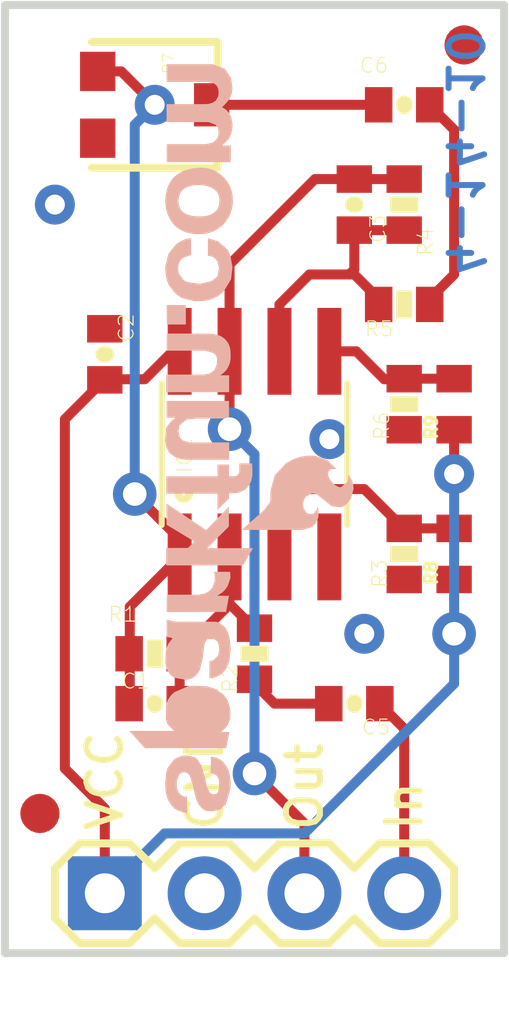
<source format=kicad_pcb>
(kicad_pcb (version 20211014) (generator pcbnew)
  (layers (0 "F.Cu" signal) (31 "B.Cu" signal) (34 "B.Paste" user) (35 "F.Paste" user) (36 "B.SilkS" user "B.Silkscreen") (37 "F.SilkS" user "F.Silkscreen") (38 "B.Mask" user) (39 "F.Mask" user) (44 "Edge.Cuts" user))
  (net 0 "")
  (net 1 "GND")
  (net 2 "N$2")
  (net 3 "N$7")
  (net 4 "IN1")
  (net 5 "OUT1")
  (net 6 "N$4")
  (net 7 "N$5")
  (net 8 "IN")
  (net 9 "OUT")
  (net 10 "N$1")
  (net 11 "N$3")
  (net 12 "VCC")
  (footprint "boardEagle:FIDUCIAL-1X2" (layer "F.Cu") (at 143.0401 113.5126)
    (fp_text reference "E$2" hide)
    (fp_text value "" hide)
    (pad "1" smd roundrect (at 0 0) (size 1 1) (layers "F.Cu" "F.Mask") (roundrect_rratio 0.5))
  )
  (footprint "boardEagle:1X04" (layer "F.Cu") (at 144.6911 115.5446)
    (fp_text reference "JP1" hide)
    (fp_text value "")
    (fp_line (start 4.445 1.27) (end 3.81 0.635) (layer "F.SilkS") (width 0.2032))
    (fp_line (start 6.35 0.635) (end 5.715 1.27) (layer "F.SilkS") (width 0.2032))
    (fp_line (start 6.985 -1.27) (end 6.35 -0.635) (layer "F.SilkS") (width 0.2032))
    (fp_line (start 6.985 -1.27) (end 8.255 -1.27) (layer "F.SilkS") (width 0.2032))
    (fp_line (start 0.635 -1.27) (end 1.27 -0.635) (layer "F.SilkS") (width 0.2032))
    (fp_line (start 8.255 1.27) (end 6.985 1.27) (layer "F.SilkS") (width 0.2032))
    (fp_line (start 3.175 -1.27) (end 3.81 -0.635) (layer "F.SilkS") (width 0.2032))
    (fp_line (start 3.81 0.635) (end 3.175 1.27) (layer "F.SilkS") (width 0.2032))
    (fp_line (start 4.445 -1.27) (end 5.715 -1.27) (layer "F.SilkS") (width 0.2032))
    (fp_line (start -1.27 0.635) (end -0.635 1.27) (layer "F.SilkS") (width 0.2032))
    (fp_line (start 8.255 -1.27) (end 8.89 -0.635) (layer "F.SilkS") (width 0.2032))
    (fp_line (start 1.27 -0.635) (end 1.905 -1.27) (layer "F.SilkS") (width 0.2032))
    (fp_line (start 5.715 1.27) (end 4.445 1.27) (layer "F.SilkS") (width 0.2032))
    (fp_line (start 1.905 1.27) (end 1.27 0.635) (layer "F.SilkS") (width 0.2032))
    (fp_line (start 3.81 -0.635) (end 4.445 -1.27) (layer "F.SilkS") (width 0.2032))
    (fp_line (start -1.27 -0.635) (end -1.27 0.635) (layer "F.SilkS") (width 0.2032))
    (fp_line (start 6.35 0.635) (end 6.985 1.27) (layer "F.SilkS") (width 0.2032))
    (fp_line (start 8.89 -0.635) (end 8.89 0.635) (layer "F.SilkS") (width 0.2032))
    (fp_line (start 5.715 -1.27) (end 6.35 -0.635) (layer "F.SilkS") (width 0.2032))
    (fp_line (start -0.635 -1.27) (end 0.635 -1.27) (layer "F.SilkS") (width 0.2032))
    (fp_line (start 3.175 1.27) (end 1.905 1.27) (layer "F.SilkS") (width 0.2032))
    (fp_line (start 8.89 0.635) (end 8.255 1.27) (layer "F.SilkS") (width 0.2032))
    (fp_line (start 0.635 1.27) (end -0.635 1.27) (layer "F.SilkS") (width 0.2032))
    (fp_line (start 1.27 0.635) (end 0.635 1.27) (layer "F.SilkS") (width 0.2032))
    (fp_line (start 1.905 -1.27) (end 3.175 -1.27) (layer "F.SilkS") (width 0.2032))
    (fp_line (start -0.635 -1.27) (end -1.27 -0.635) (layer "F.SilkS") (width 0.2032))
    (pad "1" thru_hole rect (at 0 0 90) (size 1.8796 1.8796) (drill 1.016) (layers *.Cu *.Mask) (net 12 "VCC"))
    (pad "2" thru_hole circle (at 2.54 0 90) (size 1.8796 1.8796) (drill 1.016) (layers *.Cu *.Mask) (net 1 "GND"))
    (pad "3" thru_hole circle (at 5.08 0 90) (size 1.8796 1.8796) (drill 1.016) (layers *.Cu *.Mask) (net 9 "OUT"))
    (pad "4" thru_hole circle (at 7.62 0 90) (size 1.8796 1.8796) (drill 1.016) (layers *.Cu *.Mask) (net 8 "IN"))
  )
  (footprint "boardEagle:TRIMPOT-3MM" (layer "F.Cu") (at 145.9611 95.4786 -90)
    (fp_text reference "R7" (at -0.762 -0.508 -90) (layer "F.SilkS") (effects (font (size 0.280416 0.280416) (thickness 0.024384)) (justify left bottom)))
    (fp_text value "100K")
    (fp_line (start 1 -1.6) (end 1.6 -1.6) (layer "F.SilkS") (width 0.2032))
    (fp_line (start -1 -1.6) (end -1.6 -1.6) (layer "F.SilkS") (width 0.2032))
    (fp_line (start 1.6 -1.6) (end 1.6 1.6) (layer "F.SilkS") (width 0.2032))
    (fp_line (start -1.6 -1.6) (end -1.6 1.6) (layer "F.SilkS") (width 0.2032))
    (pad "1" smd rect (at -0.85 1.45 270) (size 1 0.9) (layers "F.Cu" "F.Paste" "F.Mask") (net 5 "OUT1"))
    (pad "2" smd rect (at 0 -1.45 270) (size 1.1 0.9) (layers "F.Cu" "F.Paste" "F.Mask") (net 7 "N$5"))
    (pad "3" smd rect (at 0.85 1.45 270) (size 1 0.9) (layers "F.Cu" "F.Paste" "F.Mask") (net 1 "GND"))
  )
  (footprint "boardEagle:0402-CAP" (layer "F.Cu") (at 151.0411 110.7186 180)
    (fp_text reference "C5" (at -0.9398 -0.5969) (layer "F.SilkS") (effects (font (size 0.376489 0.376489) (thickness 0.029911)) (justify right)))
    (fp_text value "1uF")
    (fp_line (start 0 -0.0305) (end 0 0.0305) (layer "F.SilkS") (width 0.4064))
    (pad "1" smd rect (at -0.65 0 180) (size 0.7 0.9) (layers "F.Cu" "F.Paste" "F.Mask") (net 8 "IN"))
    (pad "2" smd rect (at 0.65 0 180) (size 0.7 0.9) (layers "F.Cu" "F.Paste" "F.Mask") (net 4 "IN1"))
  )
  (footprint "boardEagle:0402-RES" (layer "F.Cu") (at 148.5011 109.4486 90)
    (fp_text reference "R2" (at -1.016 -0.6223 90) (layer "F.SilkS") (effects (font (size 0.376489 0.376489) (thickness 0.029911)) (justify left)))
    (fp_text value "10K")
    (fp_poly (pts (xy -0.2032 0.3556) (xy 0.2032 0.3556) (xy 0.2032 -0.3556) (xy -0.2032 -0.3556)) (layer "F.SilkS") (width 0) (fill solid))
    (pad "1" smd rect (at -0.65 0 90) (size 0.7 0.9) (layers "F.Cu" "F.Paste" "F.Mask") (net 4 "IN1"))
    (pad "2" smd rect (at 0.65 0 90) (size 0.7 0.9) (layers "F.Cu" "F.Paste" "F.Mask") (net 2 "N$2"))
  )
  (footprint "boardEagle:0402-CAP" (layer "F.Cu") (at 152.3111 95.4786 180)
    (fp_text reference "C6" (at 0.381 1.0033) (layer "F.SilkS") (effects (font (size 0.376489 0.376489) (thickness 0.029911)) (justify right)))
    (fp_text value "1uF")
    (fp_line (start 0 -0.0305) (end 0 0.0305) (layer "F.SilkS") (width 0.4064))
    (pad "1" smd rect (at -0.65 0 180) (size 0.7 0.9) (layers "F.Cu" "F.Paste" "F.Mask") (net 6 "N$4"))
    (pad "2" smd rect (at 0.65 0 180) (size 0.7 0.9) (layers "F.Cu" "F.Paste" "F.Mask") (net 7 "N$5"))
  )
  (footprint "boardEagle:FIDUCIAL-1X2" (layer "F.Cu") (at 153.8351 93.9546)
    (fp_text reference "E$1" hide)
    (fp_text value "" hide)
    (pad "1" smd roundrect (at 0 0) (size 1 1) (layers "F.Cu" "F.Mask") (roundrect_rratio 0.5))
  )
  (footprint "boardEagle:SO08" (layer "F.Cu") (at 148.5011 104.3686)
    (fp_text reference "IC1" (at -1.778 0.508 90) (layer "F.SilkS") (effects (font (size 0.369011 0.369011) (thickness 0.037389)) (justify left)))
    (fp_text value "LMV358" hide)
    (fp_line (start -2.362 -1.803) (end -2.362 1.803) (layer "F.SilkS") (width 0.1524))
    (fp_line (start 2.362 1.803) (end 2.362 -1.803) (layer "F.SilkS") (width 0.1524))
    (fp_circle (center -1.8034 0.9906) (end -1.6598 0.9906) (layer "F.SilkS") (width 0.2032) (fill none))
    (pad "1" smd rect (at -1.905 2.6162) (size 0.6096 2.2098) (layers "F.Cu" "F.Paste" "F.Mask") (net 5 "OUT1"))
    (pad "2" smd rect (at -0.635 2.6162) (size 0.6096 2.2098) (layers "F.Cu" "F.Paste" "F.Mask") (net 2 "N$2"))
    (pad "3" smd rect (at 0.635 2.6162) (size 0.6096 2.2098) (layers "F.Cu" "F.Paste" "F.Mask") (net 11 "N$3"))
    (pad "4" smd rect (at 1.905 2.6162) (size 0.6096 2.2098) (layers "F.Cu" "F.Paste" "F.Mask") (net 1 "GND"))
    (pad "5" smd rect (at 1.905 -2.6162) (size 0.6096 2.2098) (layers "F.Cu" "F.Paste" "F.Mask") (net 10 "N$1"))
    (pad "6" smd rect (at 0.635 -2.6162) (size 0.6096 2.2098) (layers "F.Cu" "F.Paste" "F.Mask") (net 3 "N$7"))
    (pad "7" smd rect (at -0.635 -2.6162) (size 0.6096 2.2098) (layers "F.Cu" "F.Paste" "F.Mask") (net 9 "OUT"))
    (pad "8" smd rect (at -1.905 -2.6162) (size 0.6096 2.2098) (layers "F.Cu" "F.Paste" "F.Mask") (net 12 "VCC"))
  )
  (footprint "boardEagle:0402-CAP" (layer "F.Cu") (at 151.0411 98.0186 90)
    (fp_text reference "C3" (at -0.2286 0.5969 90) (layer "F.SilkS") (effects (font (size 0.376489 0.376489) (thickness 0.029911)) (justify right)))
    (fp_text value "100pF")
    (fp_line (start 0 -0.0305) (end 0 0.0305) (layer "F.SilkS") (width 0.4064))
    (pad "1" smd rect (at -0.65 0 90) (size 0.7 0.9) (layers "F.Cu" "F.Paste" "F.Mask") (net 3 "N$7"))
    (pad "2" smd rect (at 0.65 0 90) (size 0.7 0.9) (layers "F.Cu" "F.Paste" "F.Mask") (net 9 "OUT"))
  )
  (footprint "boardEagle:0402-CAP" (layer "F.Cu") (at 145.9611 110.7186 180)
    (fp_text reference "C1" (at 0.8636 0.5715) (layer "F.SilkS") (effects (font (size 0.376489 0.376489) (thickness 0.029911)) (justify left)))
    (fp_text value "100pF")
    (fp_line (start 0 -0.0305) (end 0 0.0305) (layer "F.SilkS") (width 0.4064))
    (pad "1" smd rect (at -0.65 0 180) (size 0.7 0.9) (layers "F.Cu" "F.Paste" "F.Mask") (net 2 "N$2"))
    (pad "2" smd rect (at 0.65 0 180) (size 0.7 0.9) (layers "F.Cu" "F.Paste" "F.Mask") (net 5 "OUT1"))
  )
  (footprint "boardEagle:C0402" (layer "F.Cu") (at 153.5811 106.9086 90)
    (fp_text reference "R8" (at -0.8382 -0.5842 90) (layer "F.SilkS") (effects (font (size 0.312928 0.312928) (thickness 0.093472)) (justify left)))
    (fp_text value "10K")
    (pad "1" smd rect (at -0.65 0 90) (size 0.7 0.9) (layers "F.Cu" "F.Paste" "F.Mask") (net 12 "VCC"))
    (pad "2" smd rect (at 0.65 0 90) (size 0.7 0.9) (layers "F.Cu" "F.Paste" "F.Mask") (net 11 "N$3"))
  )
  (footprint "boardEagle:0402-RES" (layer "F.Cu") (at 145.9611 109.4486 180)
    (fp_text reference "R1" (at 0.4318 1.0033) (layer "F.SilkS") (effects (font (size 0.376489 0.376489) (thickness 0.029911)) (justify right)))
    (fp_text value "100K")
    (fp_poly (pts (xy -0.2032 0.3556) (xy 0.2032 0.3556) (xy 0.2032 -0.3556) (xy -0.2032 -0.3556)) (layer "F.SilkS") (width 0) (fill solid))
    (pad "1" smd rect (at -0.65 0 180) (size 0.7 0.9) (layers "F.Cu" "F.Paste" "F.Mask") (net 2 "N$2"))
    (pad "2" smd rect (at 0.65 0 180) (size 0.7 0.9) (layers "F.Cu" "F.Paste" "F.Mask") (net 5 "OUT1"))
  )
  (footprint "boardEagle:0402-RES" (layer "F.Cu") (at 152.3111 103.0986 90)
    (fp_text reference "R6" (at -0.9398 -0.5715 90) (layer "F.SilkS") (effects (font (size 0.376489 0.376489) (thickness 0.029911)) (justify left)))
    (fp_text value "10K")
    (fp_poly (pts (xy -0.2032 0.3556) (xy 0.2032 0.3556) (xy 0.2032 -0.3556) (xy -0.2032 -0.3556)) (layer "F.SilkS") (width 0) (fill solid))
    (pad "1" smd rect (at -0.65 0 90) (size 0.7 0.9) (layers "F.Cu" "F.Paste" "F.Mask") (net 1 "GND"))
    (pad "2" smd rect (at 0.65 0 90) (size 0.7 0.9) (layers "F.Cu" "F.Paste" "F.Mask") (net 10 "N$1"))
  )
  (footprint "boardEagle:0402-RES" (layer "F.Cu") (at 152.3111 106.9086 90)
    (fp_text reference "R3" (at -0.889 -0.6223 90) (layer "F.SilkS") (effects (font (size 0.376489 0.376489) (thickness 0.029911)) (justify left)))
    (fp_text value "10K")
    (fp_poly (pts (xy -0.2032 0.3556) (xy 0.2032 0.3556) (xy 0.2032 -0.3556) (xy -0.2032 -0.3556)) (layer "F.SilkS") (width 0) (fill solid))
    (pad "1" smd rect (at -0.65 0 90) (size 0.7 0.9) (layers "F.Cu" "F.Paste" "F.Mask") (net 1 "GND"))
    (pad "2" smd rect (at 0.65 0 90) (size 0.7 0.9) (layers "F.Cu" "F.Paste" "F.Mask") (net 11 "N$3"))
  )
  (footprint "boardEagle:C0402" (layer "F.Cu") (at 153.5811 103.0986 90)
    (fp_text reference "R9" (at -0.9398 -0.5842 90) (layer "F.SilkS") (effects (font (size 0.312928 0.312928) (thickness 0.093472)) (justify left)))
    (fp_text value "10K")
    (pad "1" smd rect (at -0.65 0 90) (size 0.7 0.9) (layers "F.Cu" "F.Paste" "F.Mask") (net 12 "VCC"))
    (pad "2" smd rect (at 0.65 0 90) (size 0.7 0.9) (layers "F.Cu" "F.Paste" "F.Mask") (net 10 "N$1"))
  )
  (footprint "boardEagle:0402-RES" (layer "F.Cu") (at 152.3111 98.0186 -90)
    (fp_text reference "R4" (at 0.5588 -0.5461 90) (layer "F.SilkS") (effects (font (size 0.376489 0.376489) (thickness 0.029911)) (justify right)))
    (fp_text value "100K")
    (fp_poly (pts (xy -0.2032 0.3556) (xy 0.2032 0.3556) (xy 0.2032 -0.3556) (xy -0.2032 -0.3556)) (layer "F.SilkS") (width 0) (fill solid))
    (pad "1" smd rect (at -0.65 0 270) (size 0.7 0.9) (layers "F.Cu" "F.Paste" "F.Mask") (net 9 "OUT"))
    (pad "2" smd rect (at 0.65 0 270) (size 0.7 0.9) (layers "F.Cu" "F.Paste" "F.Mask") (net 3 "N$7"))
  )
  (footprint "boardEagle:0402-RES" (layer "F.Cu") (at 152.3111 100.5586 180)
    (fp_text reference "R5" (at 0.254 -0.6223) (layer "F.SilkS") (effects (font (size 0.376489 0.376489) (thickness 0.029911)) (justify right)))
    (fp_text value "10K")
    (fp_poly (pts (xy -0.2032 0.3556) (xy 0.2032 0.3556) (xy 0.2032 -0.3556) (xy -0.2032 -0.3556)) (layer "F.SilkS") (width 0) (fill solid))
    (pad "1" smd rect (at -0.65 0 180) (size 0.7 0.9) (layers "F.Cu" "F.Paste" "F.Mask") (net 6 "N$4"))
    (pad "2" smd rect (at 0.65 0 180) (size 0.7 0.9) (layers "F.Cu" "F.Paste" "F.Mask") (net 3 "N$7"))
  )
  (footprint "boardEagle:0402-CAP" (layer "F.Cu") (at 144.6911 101.8286 90)
    (fp_text reference "C2" (at 1.0668 0.5461 90) (layer "F.SilkS") (effects (font (size 0.376489 0.376489) (thickness 0.029911)) (justify right)))
    (fp_text value "0.1uF")
    (fp_line (start 0 -0.0305) (end 0 0.0305) (layer "F.SilkS") (width 0.4064))
    (pad "1" smd rect (at -0.65 0 90) (size 0.7 0.9) (layers "F.Cu" "F.Paste" "F.Mask") (net 12 "VCC"))
    (pad "2" smd rect (at 0.65 0 90) (size 0.7 0.9) (layers "F.Cu" "F.Paste" "F.Mask") (net 1 "GND"))
  )
  (footprint "boardEagle:SFE-NEW-WEBLOGO" (layer "B.Cu") (at 145.3241 113.4956 90)
    (fp_text reference "U$3" hide)
    (fp_text value "LOGO-SFENEW" hide)
    (fp_line (start 15.5499 2.2911) (end 15.527 2.2911) (layer "B.SilkS") (width 0.0254))
    (fp_line (start 11.1379 0.9449) (end 10.7163 0.9449) (layer "B.SilkS") (width 0.0254))
    (fp_line (start 15.5702 2.6137) (end 15.5854 2.6137) (layer "B.SilkS") (width 0.0254))
    (fp_line (start 11.1201 2.5171) (end 11.1201 2.2962) (layer "B.SilkS") (width 0.0254))
    (fp_line (start 11.1379 1.8136) (end 11.1379 0.9449) (layer "B.SilkS") (width 0.0254))
    (fp_line (start 11.1201 2.2962) (end 11.1277 2.2962) (layer "B.SilkS") (width 0.0254))
    (fp_line (start 12.1818 2.0091) (end 12.1818 0.955) (layer "B.SilkS") (width 0.0254))
    (fp_line (start 10.7163 2.5171) (end 11.1201 2.5171) (layer "B.SilkS") (width 0.0254))
    (fp_line (start 12.1818 0.955) (end 11.7729 0.955) (layer "B.SilkS") (width 0.0254))
    (fp_line (start 11.7729 0.955) (end 11.7729 1.9202) (layer "B.SilkS") (width 0.0254))
    (fp_line (start 15.5499 2.6137) (end 15.5499 2.2911) (layer "B.SilkS") (width 0.0254))
    (fp_line (start 15.5702 2.2962) (end 15.5702 2.6137) (layer "B.SilkS") (width 0.0254))
    (fp_line (start 10.7163 0.9449) (end 10.7163 2.5171) (layer "B.SilkS") (width 0.0254))
    (fp_arc (start 15.2781 2.1692) (mid 15.20247 2.035022) (end 15.168899 1.8847) (layer "B.SilkS") (width 0.0254))
    (fp_arc (start 15.8318 2.2047) (mid 15.783745 2.244042) (end 15.7277 2.2708) (layer "B.SilkS") (width 0.0254))
    (fp_arc (start 11.1277 2.2962) (mid 11.137379 2.298176) (end 11.1455 2.3038) (layer "B.SilkS") (width 0.0254))
    (fp_arc (start 11.7145 2.1311) (mid 11.664346 2.1894) (end 11.5976 2.2276) (layer "B.SilkS") (width 0.0254))
    (fp_arc (start 12.1818 2.0091) (mid 12.172765 2.122002) (end 12.1488 2.2327) (layer "B.SilkS") (width 0.0254))
    (fp_arc (start 15.7277 2.2708) (mid 15.650001 2.290018) (end 15.5702 2.2962) (layer "B.SilkS") (width 0.0254))
    (fp_arc (start 15.9588 1.971) (mid 15.910982 2.096372) (end 15.8318 2.2047) (layer "B.SilkS") (width 0.0254))
    (fp_arc (start 14.7549 1.9507) (mid 14.737287 1.759061) (end 14.7523 1.5672) (layer "B.SilkS") (width 0.0254))
    (fp_arc (start 15.5499 2.6137) (mid 15.331296 2.577713) (end 15.1282 2.4892) (layer "B.SilkS") (width 0.0254))
    (fp_arc (start 11.1862 2.3571) (mid 11.172158 2.338081) (end 11.1582 2.319) (layer "B.SilkS") (width 0.0254))
    (fp_arc (start 15.24 1.4097) (mid 15.31871 1.3127) (end 15.428 1.2522) (layer "B.SilkS") (width 0.0254))
    (fp_arc (start 15.1714 1.6383) (mid 15.194331 1.520588) (end 15.24 1.4097) (layer "B.SilkS") (width 0.0254))
    (fp_arc (start 11.5672 2.5552) (mid 11.411238 2.523841) (end 11.2725 2.446) (layer "B.SilkS") (width 0.0254))
    (fp_arc (start 15.9029 0.9754) (mid 16.153433 1.12491) (end 16.317 1.3665) (layer "B.SilkS") (width 0.0254))
    (fp_arc (start 11.4198 2.2327) (mid 11.334441 2.214452) (end 11.259799 2.1692) (layer "B.SilkS") (width 0.0254))
    (fp_arc (start 14.8615 1.27) (mid 14.919858 1.189481) (end 14.9911 1.1201) (layer "B.SilkS") (width 0.0254))
    (fp_arc (start 14.9911 1.1201) (mid 15.249615 0.972855) (end 15.5423 0.9195) (layer "B.SilkS") (width 0.0254))
    (fp_arc (start 15.9868 1.7196) (mid 15.980368 1.846143) (end 15.9588 1.971) (layer "B.SilkS") (width 0.0254))
    (fp_arc (start 11.2725 2.446) (mid 11.226399 2.404414) (end 11.1862 2.3571) (layer "B.SilkS") (width 0.0254))
    (fp_arc (start 11.5976 2.2276) (mid 11.565101 2.235925) (end 11.5316 2.2377) (layer "B.SilkS") (width 0.0254))
    (fp_arc (start 14.7523 1.5672) (mid 14.792796 1.413418) (end 14.8615 1.27) (layer "B.SilkS") (width 0.0254))
    (fp_arc (start 16.4033 1.808499) (mid 16.333054 2.143404) (end 16.129 2.4181) (layer "B.SilkS") (width 0.0254))
    (fp_arc (start 11.2598 2.1692) (mid 11.206137 2.110016) (end 11.1684 2.0396) (layer "B.SilkS") (width 0.0254))
    (fp_arc (start 15.128201 2.4892) (mid 14.882786 2.260687) (end 14.7549 1.9507) (layer "B.SilkS") (width 0.0254))
    (fp_arc (start 12.1488 2.232699) (mid 12.104013 2.336521) (end 12.0345 2.4257) (layer "B.SilkS") (width 0.0254))
    (fp_arc (start 15.5423 0.9195) (mid 15.724919 0.932492) (end 15.9029 0.9754) (layer "B.SilkS") (width 0.0254))
    (fp_arc (start 15.7632 1.2725) (mid 15.846801 1.329279) (end 15.908 1.4097) (layer "B.SilkS") (width 0.0254))
    (fp_arc (start 15.428 1.2522) (mid 15.597525 1.230563) (end 15.7632 1.2725) (layer "B.SilkS") (width 0.0254))
    (fp_arc (start 15.908 1.4097) (mid 15.966057 1.559906) (end 15.9868 1.7196) (layer "B.SilkS") (width 0.0254))
    (fp_arc (start 16.317 1.3665) (mid 16.380488 1.583529) (end 16.4033 1.8085) (layer "B.SilkS") (width 0.0254))
    (fp_arc (start 11.4198 2.2327) (mid 11.475702 2.235165) (end 11.5316 2.2377) (layer "B.SilkS") (width 0.0254))
    (fp_arc (start 11.7678 2.5502) (mid 11.667584 2.556058) (end 11.5672 2.5552) (layer "B.SilkS") (width 0.0254))
    (fp_arc (start 11.1684 2.0396) (mid 11.146105 1.962214) (end 11.1379 1.8821) (layer "B.SilkS") (width 0.0254))
    (fp_arc (start 15.809 2.5857) (mid 15.698073 2.606673) (end 15.5854 2.6137) (layer "B.SilkS") (width 0.0254))
    (fp_arc (start 15.1689 1.8847) (mid 15.165026 1.761448) (end 15.1714 1.6383) (layer "B.SilkS") (width 0.0254))
    (fp_arc (start 11.1379 1.8821) (mid 11.137681 1.84785) (end 11.1379 1.8136) (layer "B.SilkS") (width 0.0254))
    (fp_arc (start 15.527 2.2911) (mid 15.388433 2.258974) (end 15.278099 2.1692) (layer "B.SilkS") (width 0.0254))
    (fp_arc (start 11.1455 2.3038) (mid 11.152103 2.311188) (end 11.1582 2.319) (layer "B.SilkS") (width 0.0254))
    (fp_arc (start 16.129 2.4181) (mid 15.978822 2.520652) (end 15.809 2.5857) (layer "B.SilkS") (width 0.0254))
    (fp_arc (start 12.0345 2.425699) (mid 11.911985 2.51116) (end 11.7678 2.5502) (layer "B.SilkS") (width 0.0254))
    (fp_arc (start 11.7729 1.9202) (mid 11.758038 2.02962) (end 11.7145 2.1311) (layer "B.SilkS") (width 0.0254))
    (fp_poly (pts (xy 11.770768 2.56283) (xy 12.043428 2.435548) (xy 12.160999 2.237024) (xy 12.1945 2.010032) (xy 12.1945 0.9423) (xy 11.7602 0.9423) (xy 11.7602 1.918474) (xy 11.70302 2.124971) (xy 11.656141 2.179464) (xy 11.593345 2.215403) (xy 11.53092 2.224956) (xy 11.476269 2.222478) (xy 11.422495 2.220106) (xy 11.268 2.158791) (xy 11.18035 2.034508) (xy 11.1506 1.880883) (xy 11.1506 0.9322) (xy 10.7036 0.9322) (xy 10.7036 2.5298) (xy 11.1328 2.5298) (xy 11.1328 2.310454) (xy 11.136857 2.313263) (xy 11.148195 2.326834) (xy 11.161924 2.345602) (xy 11.176241 2.364992) (xy 11.217267 2.413279) (xy 11.265048 2.456381) (xy 11.406772 2.535896) (xy 11.566093 2.567932)) (layer "B.SilkS") (width 0) (fill solid))
    (fp_poly (pts (xy 9.4234 1.520809) (xy 9.472888 1.359974) (xy 9.516069 1.308185) (xy 9.573108 1.271734) (xy 9.714103 1.241374) (xy 9.853529 1.268908) (xy 10.003067 1.442966) (xy 10.033 1.684784) (xy 10.033 2.5273) (xy 10.48 2.5273) (xy 10.48 0.9398) (xy 10.0533 0.9398) (xy 10.0533 1.159713) (xy 9.961626 1.051965) (xy 9.823848 0.946774) (xy 9.797269 0.933513) (xy 9.76873 0.924761) (xy 9.46843 0.899096) (xy 9.311419 0.929258) (xy 9.173895 1.0008) (xy 9.172522 1.0008) (xy 9.155194 1.014756) (xy 9.141833 1.028106) (xy 9.055991 1.150842) (xy 9.0022 1.291099) (xy 8.984 1.439423) (xy 8.984 2.5324) (xy 9.4234 2.5324)) (layer "B.SilkS") (width 0) (fill solid))
    (fp_poly (pts (xy 14.181776 2.563159) (xy 14.181555 2.560669) (xy 14.327447 2.496725) (xy 14.547848 2.246517) (xy 14.619242 1.9914) (xy 14.1707 1.9914) (xy 14.1707 2.005388) (xy 14.15242 2.10038) (xy 14.100807 2.180729) (xy 14.023181 2.236025) (xy 13.860405 2.2706) (xy 13.694207 2.245798) (xy 13.653262 2.227396) (xy 13.618712 2.198612) (xy 13.531409 2.074936) (xy 13.459735 1.779947) (xy 13.507258 1.471936) (xy 13.55233 1.379537) (xy 13.718934 1.256376) (xy 13.795519 1.238584) (xy 13.875272 1.234455) (xy 13.963395 1.249226) (xy 14.044683 1.286045) (xy 14.088707 1.320383) (xy 14.123821 1.362695) (xy 14.191983 1.5646) (xy 14.6202 1.5646) (xy 14.6202 1.546046) (xy 14.607183 1.4497) (xy 14.551954 1.307962) (xy 14.468685 1.180108) (xy 14.234909 0.989147) (xy 13.88734 0.904104) (xy 13.726062 0.914148) (xy 13.567886 0.942693) (xy 13.423659 0.994928) (xy 13.188191 1.185237) (xy 13.098694 1.32648) (xy 13.017451 1.644495) (xy 13.0251 1.894992) (xy 13.0251 1.896181) (xy 13.064859 2.076939) (xy 13.14486 2.243932) (xy 13.26133 2.388842) (xy 13.574558 2.580191) (xy 13.883988 2.616332)) (layer "B.SilkS") (width 0) (fill solid))
    (fp_poly (pts (xy 17.714962 2.583496) (xy 17.714669 2.58013) (xy 17.812284 2.526288) (xy 17.900302 2.442716) (xy 17.956995 2.351455) (xy 17.961394 2.355854) (xy 18.007182 2.404147) (xy 18.086856 2.480888) (xy 18.177617 2.546023) (xy 18.30384 2.60027) (xy 18.440544 2.616304) (xy 18.698981 2.580082) (xy 18.93345 2.426436) (xy 19.05 2.112985) (xy 19.05 0.9398) (xy 18.6004 0.9398) (xy 18.6004 1.979658) (xy 18.558302 2.150487) (xy 18.49797 2.220003) (xy 18.412014 2.255689) (xy 18.322362 2.262413) (xy 18.233537 2.253336) (xy 18.121633 2.190061) (xy 18.068614 2.109201) (xy 18.041426 2.014408) (xy 18.036069 1.960144) (xy 18.034 1.904767) (xy 18.034 0.9398) (xy 17.5768 0.9398) (xy 17.5768 2.006808) (xy 17.507834 2.191589) (xy 17.433119 2.246143) (xy 17.339789 2.26304) (xy 17.298061 2.260863) (xy 17.256145 2.258198) (xy 17.19103 2.2421) (xy 17.135402 2.205103) (xy 17.092564 2.160343) (xy 17.055171 2.112821) (xy 17.0155 1.934108) (xy 17.0155 0.9423) (xy 16.5583 0.9423) (xy 16.5583 2.573) (xy 16.9824 2.573) (xy 16.9824 2.355139) (xy 16.985319 2.355789) (xy 17.015959 2.3959) (xy 17.093229 2.475705) (xy 17.171263 2.538367) (xy 17.262579 2.579887) (xy 17.318155 2.59498) (xy 17.374103 2.605849) (xy 17.443329 2.614463) (xy 17.514022 2.618767)) (layer "B.SilkS") (width 0) (fill solid))
    (fp_poly (pts (xy 0.803285 2.567895) (xy 0.944243 2.553799) (xy 1.081508 2.516334) (xy 1.193542 2.461399) (xy 1.291841 2.383865) (xy 1.357039 2.297824) (xy 1.377068 2.257603) (xy 1.393653 2.216867) (xy 1.417283 2.151914) (xy 1.353784 2.105111) (xy 1.152335 2.254241) (xy 0.736496 2.387002) (xy 0.372563 2.277101) (xy 0.417885 2.019712) (xy 1.241556 1.540676) (xy 1.263422 1.497067) (xy 1.147655 1.152457) (xy 0.724605 1.058492) (xy -0.038666 1.4605) (xy 0.4115 1.4605) (xy 0.4115 1.443466) (xy 0.420402 1.369907) (xy 0.454647 1.305856) (xy 0.524204 1.243359) (xy 0.610838 1.206018) (xy 0.637726 1.200933) (xy 0.665996 1.198897) (xy 0.7328 1.198389) (xy 0.79791 1.198884) (xy 0.968129 1.258019) (xy 1.007666 1.302193) (xy 1.028603 1.358428) (xy 1.025789 1.425439) (xy 0.995864 1.485288) (xy 0.943734 1.527918) (xy 0.715431 1.605731) (xy 0.533161 1.644154) (xy 0.351479 1.692254) (xy 0.230117 1.743632) (xy 0.122357 1.822697) (xy 0.0457 1.960096) (xy 0.0457 1.963141) (xy 0.038572 2.135467) (xy 0.0838 2.300409) (xy 0.0838 2.303445) (xy 0.206233 2.444416) (xy 0.620397 2.567885) (xy 0.71245 2.568634)) (layer "B.SilkS") (width 0) (fill solid))
    (fp_poly (pts (xy 6.1316 2.557116) (xy 6.1316 2.1463) (xy 6.115783 2.1463) (xy 6.10653 2.147054) (xy 6.097893 2.149211) (xy 6.068387 2.157247) (xy 6.038922 2.161538) (xy 5.96265 2.16474) (xy 5.887609 2.16159) (xy 5.731931 2.107297) (xy 5.637642 2.018651) (xy 5.577302 1.903423) (xy 5.5499 1.736362) (xy 5.5499 0.9423) (xy 5.107878 0.9423) (xy 5.110519 2.454146) (xy 5.522 2.527255) (xy 5.522 2.234211) (xy 5.526569 2.235704) (xy 5.544428 2.262537) (xy 5.578841 2.314524) (xy 5.613758 2.367854) (xy 5.686736 2.438162) (xy 5.778008 2.498223) (xy 5.979984 2.565515)) (layer "B.SilkS") (width 0) (fill solid))
    (fp_poly (pts (xy 4.444983 2.544915) (xy 4.588724 2.501712) (xy 4.72259 2.430523) (xy 4.844814 2.271666) (xy 4.859671 2.1819) (xy 4.8616 2.1819) (xy 4.8616 1.6891) (xy 4.864173 1.6891) (xy 4.861603 1.242544) (xy 4.871819 1.108765) (xy 4.906709 0.979276) (xy 4.920484 0.9423) (xy 4.495275 0.9423) (xy 4.477494 0.951279) (xy 4.472002 0.970735) (xy 4.468249 0.985133) (xy 4.446292 1.084946) (xy 4.440321 1.089528) (xy 4.438946 1.088886) (xy 4.309064 0.98859) (xy 4.153188 0.927249) (xy 3.824183 0.906712) (xy 3.683825 0.938256) (xy 3.554173 1.000134) (xy 3.486826 1.05665) (xy 3.437273 1.130532) (xy 3.3807 1.444163) (xy 3.3807 1.446675) (xy 3.401941 1.543624) (xy 3.446308 1.632822) (xy 3.527788 1.722902) (xy 3.632416 1.784766) (xy 3.937258 1.861632) (xy 4.048648 1.873601) (xy 4.159032 1.884616) (xy 4.224808 1.893434) (xy 4.289167 1.907055) (xy 4.336271 1.923637) (xy 4.379043 1.948303) (xy 4.407461 1.974391) (xy 4.413402 1.982997) (xy 4.4171 1.991455) (xy 4.4171 2.14983) (xy 4.358226 2.232254) (xy 4.254396 2.270917) (xy 4.188033 2.274326) (xy 4.120968 2.275774) (xy 4.006679 2.25395) (xy 3.883049 2.131716) (xy 3.8659 2.045941) (xy 3.8659 2.0295) (xy 3.429 2.0295) (xy 3.429 2.040006) (xy 3.418965 2.041638) (xy 3.439259 2.166448) (xy 3.491292 2.283494) (xy 3.571378 2.383462) (xy 3.674008 2.459597) (xy 3.791998 2.513469) (xy 3.916944 2.547448) (xy 4.18103 2.571338)) (layer "B.SilkS") (width 0) (fill solid))
    (fp_poly (pts (xy 6.7335 1.97376) (xy 7.284539 2.5248) (xy 7.78835 2.5248) (xy 7.197009 1.946483) (xy 7.869909 0.937183) (xy 7.330929 0.939835) (xy 6.903958 1.643716) (xy 6.7386 1.483032) (xy 6.7386 0.9296) (xy 6.306639 0.9296) (xy 6.2941 0.942139) (xy 6.2941 2.887776) (xy 6.7335 3.138467)) (layer "B.SilkS") (width 0) (fill solid))
    (fp_poly (pts (xy 8.809435 3.119895) (xy 8.875117 3.1166) (xy 8.89 3.1166) (xy 8.89 2.7889) (xy 8.869112 2.7889) (xy 8.841108 2.7915) (xy 8.660351 2.7915) (xy 8.587936 2.740064) (xy 8.571192 2.699602) (xy 8.5649 2.653436) (xy 8.5649 2.5273) (xy 8.8621 2.5273) (xy 8.8621 2.2352) (xy 8.5623 2.2352) (xy 8.5623 0.9322) (xy 8.1204 0.9322) (xy 8.1204 2.232779) (xy 7.70383 2.235391) (xy 7.995739 2.5273) (xy 8.1255 2.5273) (xy 8.1255 2.560826) (xy 8.143432 2.77702) (xy 8.219199 2.938937) (xy 8.324367 3.032939) (xy 8.449534 3.095959) (xy 8.586403 3.1242) (xy 8.743112 3.1242)) (layer "B.SilkS") (width 0) (fill solid))
    (fp_poly (pts (xy 8.337002 5.691103) (xy 8.426449 5.668729) (xy 8.439477 5.663683) (xy 8.451149 5.657775) (xy 8.46786 5.649476) (xy 8.486552 5.642734) (xy 8.582694 5.5855) (xy 8.5903 5.5855) (xy 8.5903 5.5601) (xy 8.517833 5.5601) (xy 8.419418 5.540814) (xy 8.285855 5.378186) (xy 8.290365 5.319725) (xy 8.33909 5.224769) (xy 8.415666 5.148096) (xy 8.505069 5.083538) (xy 8.580348 5.051724) (xy 8.661737 5.054532) (xy 8.669864 5.057086) (xy 8.677257 5.060289) (xy 8.741514 5.119856) (xy 8.7478 5.142712) (xy 8.7478 5.260838) (xy 8.974707 5.031027) (xy 9.079186 4.739741) (xy 9.082603 4.739794) (xy 9.08906 4.533335) (xy 9.059857 4.34032) (xy 8.996308 4.155742) (xy 8.8773 3.944478) (xy 8.8773 3.963481) (xy 8.589131 3.69191) (xy 8.193239 3.5814) (xy 7.964005 3.5814) (xy 7.927201 3.574946) (xy 7.892776 3.562492) (xy 7.707322 3.424684) (xy 7.1984 2.85199) (xy 7.1984 4.40367) (xy 7.271004 4.644867) (xy 7.379295 4.748389) (xy 7.518122 4.800422) (xy 7.6149 4.807989) (xy 7.710384 4.800523) (xy 7.77091 4.790999) (xy 7.768788 4.767333) (xy 7.733216 4.768142) (xy 7.712784 4.759041) (xy 7.631519 4.700054) (xy 7.611722 4.67357) (xy 7.601395 4.6114) (xy 7.611905 4.548129) (xy 7.632405 4.508074) (xy 7.663343 4.475585) (xy 7.757535 4.42645) (xy 7.863229 4.414642) (xy 7.953768 4.432984) (xy 8.03522 4.472556) (xy 8.13303 4.637559) (xy 8.118706 4.731744) (xy 8.061914 4.813301) (xy 7.795707 5.146137) (xy 7.772667 5.393755) (xy 7.838495 5.504456) (xy 7.840042 5.506003) (xy 7.989901 5.63002) (xy 8.243676 5.699964)) (layer "B.SilkS") (width 0) (fill solid))
    (fp_poly (pts (xy 2.834651 2.506079) (xy 2.92707 2.450683) (xy 3.011605 2.383731) (xy 3.1267 2.221709) (xy 3.1267 2.263503) (xy 3.219434 1.972794) (xy 3.236098 1.526727) (xy 3.068933 1.135798) (xy 2.975978 1.041462) (xy 2.864973 0.970996) (xy 2.740356 0.92713) (xy 2.372489 0.922) (xy 2.370226 0.922) (xy 2.254471 0.962806) (xy 2.0828 1.127587) (xy 2.0828 -0.010757) (xy 1.6434 0.385552) (xy 1.6434 2.45912) (xy 2.057593 2.537568) (xy 2.055012 2.330538) (xy 2.068304 2.345345) (xy 2.15812 2.442839) (xy 2.234107 2.497896) (xy 2.368681 2.552194) (xy 2.419192 2.562883) (xy 2.620347 2.565422)) (layer "B.SilkS") (width 0) (fill solid))
    (fp_poly (pts (xy 15.5499 2.609649) (xy 15.5499 2.29782) (xy 15.429469 2.281338) (xy 15.314616 2.217851) (xy 15.23586 2.109416) (xy 15.196312 2.020604) (xy 15.168868 1.873153) (xy 15.163824 1.687316) (xy 15.181322 1.562471) (xy 15.218744 1.447652) (xy 15.272523 1.345) (xy 15.437302 1.244156) (xy 15.6121 1.221967) (xy 15.787119 1.281181) (xy 15.894998 1.379217) (xy 15.949332 1.500229) (xy 15.9868 1.655017) (xy 15.9868 1.797481) (xy 15.961756 1.990339) (xy 15.88736 2.151531) (xy 15.803924 2.232457) (xy 15.708711 2.283762) (xy 15.58997 2.2936) (xy 15.567485 2.2936) (xy 15.57294 2.617878) (xy 15.788992 2.590535) (xy 15.954486 2.53364) (xy 16.155367 2.394616) (xy 16.266844 2.264968) (xy 16.37246 2.027864) (xy 16.400898 1.805948) (xy 16.375193 1.592623) (xy 16.305839 1.343513) (xy 16.222719 1.211114) (xy 16.101494 1.095067) (xy 15.987532 1.014773) (xy 15.799031 0.950211) (xy 15.544583 0.924513) (xy 15.240687 0.965682) (xy 14.951456 1.146439) (xy 14.788469 1.399985) (xy 14.726674 1.793647) (xy 14.809154 2.154405) (xy 15.026083 2.4307) (xy 15.368412 2.600648) (xy 15.51864 2.6187) (xy 15.52691 2.6187)) (layer "B.SilkS") (width 0) (fill solid))
    (fp_poly (pts (xy 1.201557 2.290098) (xy 1.414074 2.156268) (xy 1.42383 2.065) (xy 1.01008 2.065) (xy 1.00135 2.126336) (xy 0.936084 2.220524) (xy 0.871818 2.257603) (xy 0.798545 2.2758) (xy 0.628591 2.2758) (xy 0.583991 2.267366) (xy 0.541641 2.251683) (xy 0.51157 2.232098) (xy 0.488615 2.205726) (xy 0.469153 2.152745) (xy 0.474605 2.097619) (xy 0.521549 2.031824) (xy 0.664468 1.962838) (xy 0.866638 1.922444) (xy 1.206678 1.822687) (xy 1.354318 1.729494) (xy 1.389578 1.692366) (xy 1.416579 1.648151) (xy 1.460229 1.440208) (xy 1.447804 1.4376) (xy 1.460484 1.436955) (xy 1.457817 1.384541) (xy 1.452657 1.33034) (xy 1.371775 1.140043) (xy 1.14885 0.969822) (xy 1.013381 0.927267) (xy 0.74708 0.904177) (xy 0.617383 0.909691) (xy 0.487493 0.922202) (xy 0.306845 0.984179) (xy 0.185213 1.061804) (xy 0.109225 1.132023) (xy 0.056988 1.2215) (xy 0.013059 1.350644) (xy 0.002577 1.410659) (xy -0.00152 1.469003) (xy 0.738195 1.10308) (xy 1.120535 1.189415) (xy 1.224069 1.497645) (xy 0.809011 1.723764) (xy 0.364394 1.98847) (xy 0.308075 2.310537) (xy 0.741882 2.423672)) (layer "B.SilkS") (width 0) (fill solid))
    (fp_poly (pts (xy 12.4257 0.9449) (xy 12.921 0.9449) (xy 12.921 1.43) (xy 12.4257 1.43)) (layer "B.SilkS") (width 0) (fill solid))
  )
  (gr_line (start 154.8511 92.9386) (end 154.8511 117.0686) (layer "Edge.Cuts") (width 0.2032))
  (gr_line (start 154.8511 117.0686) (end 142.1511 117.0686) (layer "Edge.Cuts") (width 0.2032))
  (gr_line (start 142.1511 117.0686) (end 142.1511 92.9386) (layer "Edge.Cuts") (width 0.2032))
  (gr_line (start 142.1511 92.9386) (end 154.8511 92.9386) (layer "Edge.Cuts") (width 0.2032))
  (gr_text "4-14-10" (at 153.3271 99.9236 -90) (layer "B.Cu") (effects (font (size 0.8636 0.8636) (thickness 0.1524)) (justify left bottom mirror)))
  (gr_text "In" (at 152.8191 114.0206 90) (layer "F.SilkS") (effects (font (size 0.8636 0.8636) (thickness 0.1524)) (justify left bottom)))
  (gr_text "Out" (at 150.2791 114.0206 90) (layer "F.SilkS") (effects (font (size 0.8636 0.8636) (thickness 0.1524)) (justify left bottom)))
  (gr_text "VCC" (at 145.1991 114.0206 90) (layer "F.SilkS") (effects (font (size 0.8636 0.8636) (thickness 0.1524)) (justify left bottom)))
  (gr_text "GND" (at 147.7391 114.0206 90) (layer "F.SilkS") (effects (font (size 0.8636 0.8636) (thickness 0.1524)) (justify left bottom)))
  (via (at 150.4061 103.9876) (size 1.016) (drill 0.508) (layers "F.Cu" "B.Cu") (net 1))
  (via (at 151.2951 108.9406) (size 1.016) (drill 0.508) (layers "F.Cu" "B.Cu") (net 1))
  (via (at 143.4211 98.0186) (size 1.016) (drill 0.508) (layers "F.Cu" "B.Cu") (net 1))
  (segment (start 146.5961 109.4486) (end 146.6111 109.4486) (width 0.254) (layer "F.Cu") (net 2))
  (segment (start 147.8661 108.1936) (end 147.8661 108.1786) (width 0.254) (layer "F.Cu") (net 2))
  (segment (start 147.8661 108.1786) (end 147.8661 106.9848) (width 0.254) (layer "F.Cu") (net 2))
  (segment (start 146.5961 110.7036) (end 146.5961 109.4486) (width 0.254) (layer "F.Cu") (net 2))
  (segment (start 146.6111 110.7186) (end 146.5961 110.7036) (width 0.254) (layer "F.Cu") (net 2))
  (segment (start 148.5011 108.8136) (end 148.5011 108.7986) (width 0.254) (layer "F.Cu") (net 2))
  (segment (start 148.5011 108.7986) (end 148.2067 108.9002) (width 0.254) (layer "F.Cu") (net 2))
  (segment (start 146.6111 109.4486) (end 147.8661 108.1936) (width 0.254) (layer "F.Cu") (net 2))
  (segment (start 147.8661 108.1786) (end 148.5011 108.8136) (width 0.254) (layer "F.Cu") (net 2))
  (segment (start 149.1361 101.7524) (end 149.1361 100.5586) (width 0.254) (layer "F.Cu") (net 3))
  (segment (start 150.9141 99.7966) (end 151.0411 99.7966) (width 0.254) (layer "F.Cu") (net 3))
  (segment (start 150.9141 99.7966) (end 151.0411 99.6696) (width 0.254) (layer "F.Cu") (net 3))
  (segment (start 152.3111 98.6536) (end 152.3111 98.6686) (width 0.254) (layer "F.Cu") (net 3))
  (segment (start 151.0411 98.6686) (end 152.2961 98.6686) (width 0.254) (layer "F.Cu") (net 3))
  (segment (start 151.6761 100.4316) (end 151.6611 100.4466) (width 0.254) (layer "F.Cu") (net 3))
  (segment (start 152.2961 98.6686) (end 152.3111 98.6536) (width 0.254) (layer "F.Cu") (net 3))
  (segment (start 149.1361 100.5586) (end 149.8981 99.7966) (width 0.254) (layer "F.Cu") (net 3))
  (segment (start 151.6611 100.4466) (end 151.6611 100.5586) (width 0.254) (layer "F.Cu") (net 3))
  (segment (start 151.0411 99.6696) (end 151.0411 98.6686) (width 0.254) (layer "F.Cu") (net 3))
  (segment (start 149.8981 99.7966) (end 150.9141 99.7966) (width 0.254) (layer "F.Cu") (net 3))
  (segment (start 151.0411 99.7966) (end 151.6761 100.4316) (width 0.254) (layer "F.Cu") (net 3))
  (segment (start 149.0091 110.7186) (end 150.3911 110.7186) (width 0.254) (layer "F.Cu") (net 4))
  (segment (start 148.5011 110.0986) (end 148.5011 110.2106) (width 0.254) (layer "F.Cu") (net 4))
  (segment (start 148.5011 110.2106) (end 149.0091 110.7186) (width 0.254) (layer "F.Cu") (net 4))
  (segment (start 145.1111 94.6286) (end 144.5111 94.6286) (width 0.254) (layer "F.Cu") (net 5))
  (segment (start 146.5961 106.5276) (end 145.4531 105.3846) (width 0.254) (layer "F.Cu") (net 5))
  (segment (start 145.3261 110.7186) (end 145.3261 109.4636) (width 0.254) (layer "F.Cu") (net 5))
  (segment (start 145.3261 109.4636) (end 145.3111 109.4486) (width 0.254) (layer "F.Cu") (net 5))
  (segment (start 145.3261 109.4486) (end 145.3261 108.2548) (width 0.254) (layer "F.Cu") (net 5))
  (segment (start 145.9611 95.4786) (end 145.1111 94.6286) (width 0.254) (layer "F.Cu") (net 5))
  (segment (start 146.5961 106.9848) (end 146.5961 106.5276) (width 0.254) (layer "F.Cu") (net 5))
  (segment (start 145.3111 110.7186) (end 145.3261 110.7186) (width 0.254) (layer "F.Cu") (net 5))
  (segment (start 145.3111 109.4486) (end 145.3261 109.4486) (width 0.254) (layer "F.Cu") (net 5))
  (segment (start 145.3261 108.2548) (end 146.5961 106.9848) (width 0.254) (layer "F.Cu") (net 5))
  (via (at 145.4531 105.3846) (size 1.108) (drill 0.6) (layers "F.Cu" "B.Cu") (net 5))
  (via (at 145.9611 95.4786) (size 1.016) (drill 0.508) (layers "F.Cu" "B.Cu") (net 5))
  (segment (start 145.4531 105.3846) (end 145.4531 95.9866) (width 0.254) (layer "B.Cu") (net 5))
  (segment (start 145.4531 95.9866) (end 145.9611 95.4786) (width 0.254) (layer "B.Cu") (net 5))
  (segment (start 152.9461 95.4786) (end 152.9611 95.4786) (width 0.254) (layer "F.Cu") (net 6))
  (segment (start 153.5811 99.7966) (end 153.5811 96.1136) (width 0.254) (layer "F.Cu") (net 6))
  (segment (start 153.5811 96.1136) (end 152.9461 95.4786) (width 0.254) (layer "F.Cu") (net 6))
  (segment (start 152.9611 100.5586) (end 152.9611 100.4166) (width 0.254) (layer "F.Cu") (net 6))
  (segment (start 152.9611 100.4166) (end 153.5811 99.7966) (width 0.254) (layer "F.Cu") (net 6))
  (segment (start 147.4111 95.4786) (end 151.6611 95.4786) (width 0.254) (layer "F.Cu") (net 7))
  (segment (start 152.3111 111.3536) (end 151.6761 110.7186) (width 0.254) (layer "F.Cu") (net 8))
  (segment (start 151.6761 110.7186) (end 151.6911 110.7186) (width 0.254) (layer "F.Cu") (net 8))
  (segment (start 152.3111 115.5446) (end 152.3111 111.3536) (width 0.254) (layer "F.Cu") (net 8))
  (segment (start 151.0561 97.3686) (end 152.3111 97.3686) (width 0.254) (layer "F.Cu") (net 9))
  (segment (start 147.8661 101.7524) (end 147.8661 99.5426) (width 0.254) (layer "F.Cu") (net 9))
  (segment (start 147.8661 99.5426) (end 150.0401 97.3686) (width 0.254) (layer "F.Cu") (net 9))
  (segment (start 150.0401 97.3686) (end 151.0411 97.3686) (width 0.254) (layer "F.Cu") (net 9))
  (segment (start 151.0411 97.3686) (end 151.0411 97.3836) (width 0.254) (layer "F.Cu") (net 9))
  (segment (start 149.7711 115.5446) (end 149.7711 113.7666) (width 0.254) (layer "F.Cu") (net 9))
  (segment (start 147.8661 103.7336) (end 147.8661 101.7524) (width 0.254) (layer "F.Cu") (net 9))
  (segment (start 149.7711 113.7666) (end 148.5011 112.4966) (width 0.254) (layer "F.Cu") (net 9))
  (segment (start 151.0411 97.3836) (end 151.0561 97.3686) (width 0.254) (layer "F.Cu") (net 9))
  (via (at 147.8661 103.7336) (size 1.108) (drill 0.6) (layers "F.Cu" "B.Cu") (net 9))
  (via (at 148.5011 112.4966) (size 1.108) (drill 0.6) (layers "F.Cu" "B.Cu") (net 9))
  (segment (start 148.5011 104.3686) (end 147.8661 103.7336) (width 0.254) (layer "B.Cu") (net 9))
  (segment (start 148.5011 112.4966) (end 148.5011 104.3686) (width 0.254) (layer "B.Cu") (net 9))
  (segment (start 152.1991 102.4486) (end 152.1841 102.4636) (width 0.254) (layer "F.Cu") (net 10))
  (segment (start 152.3111 102.4486) (end 152.1991 102.4486) (width 0.254) (layer "F.Cu") (net 10))
  (segment (start 152.2961 102.4486) (end 152.3111 102.4486) (width 0.254) (layer "F.Cu") (net 10))
  (segment (start 152.0571 102.4636) (end 151.8031 102.4636) (width 0.254) (layer "F.Cu") (net 10))
  (segment (start 152.0571 102.4636) (end 152.1841 102.3366) (width 0.254) (layer "F.Cu") (net 10))
  (segment (start 151.0919 101.7524) (end 150.4061 101.7524) (width 0.254) (layer "F.Cu") (net 10))
  (segment (start 151.8031 102.4636) (end 151.0919 101.7524) (width 0.254) (layer "F.Cu") (net 10))
  (segment (start 152.1841 102.3366) (end 152.2961 102.4486) (width 0.254) (layer "F.Cu") (net 10))
  (segment (start 152.3111 102.4486) (end 153.5811 102.4486) (width 0.254) (layer "F.Cu") (net 10))
  (segment (start 152.3111 106.2736) (end 152.3111 106.2586) (width 0.254) (layer "F.Cu") (net 11))
  (segment (start 152.3111 106.2586) (end 153.5811 106.2586) (width 0.254) (layer "F.Cu") (net 11))
  (segment (start 149.1361 105.8926) (end 149.7711 105.2576) (width 0.254) (layer "F.Cu") (net 11))
  (segment (start 151.2951 105.2576) (end 152.3111 106.2736) (width 0.254) (layer "F.Cu") (net 11))
  (segment (start 149.1361 106.9848) (end 149.1361 105.8926) (width 0.254) (layer "F.Cu") (net 11))
  (segment (start 152.3111 106.2586) (end 152.1991 106.2586) (width 0.254) (layer "F.Cu") (net 11))
  (segment (start 152.1991 106.2586) (end 152.1841 106.2736) (width 0.254) (layer "F.Cu") (net 11))
  (segment (start 149.7711 105.2576) (end 151.2951 105.2576) (width 0.254) (layer "F.Cu") (net 11))
  (segment (start 144.6911 102.4636) (end 144.6911 102.4786) (width 0.254) (layer "F.Cu") (net 12))
  (segment (start 144.6911 115.5446) (end 144.6911 113.3856) (width 0.254) (layer "F.Cu") (net 12))
  (segment (start 144.6911 102.4636) (end 145.7071 102.4636) (width 0.254) (layer "F.Cu") (net 12))
  (segment (start 145.7071 102.4636) (end 146.4183 101.7524) (width 0.254) (layer "F.Cu") (net 12))
  (segment (start 153.5811 103.7486) (end 153.5153 103.8606) (width 0.254) (layer "F.Cu") (net 12))
  (segment (start 146.4183 101.7524) (end 146.5961 101.7524) (width 0.254) (layer "F.Cu") (net 12))
  (segment (start 143.6751 112.3696) (end 143.6751 103.4796) (width 0.254) (layer "F.Cu") (net 12))
  (segment (start 153.5153 107.4166) (end 153.5811 107.5586) (width 0.254) (layer "F.Cu") (net 12))
  (segment (start 153.5153 103.8606) (end 153.5811 103.8606) (width 0.254) (layer "F.Cu") (net 12))
  (segment (start 153.5811 103.7486) (end 153.5811 103.7336) (width 0.254) (layer "F.Cu") (net 12))
  (segment (start 144.6911 113.3856) (end 143.6751 112.3696) (width 0.254) (layer "F.Cu") (net 12))
  (segment (start 143.6751 103.4796) (end 144.6911 102.4636) (width 0.254) (layer "F.Cu") (net 12))
  (segment (start 153.5811 107.4166) (end 153.5153 107.4166) (width 0.254) (layer "F.Cu") (net 12))
  (segment (start 153.5811 104.8766) (end 153.5811 103.7486) (width 0.254) (layer "F.Cu") (net 12))
  (segment (start 153.5811 108.9406) (end 153.5811 107.4166) (width 0.254) (layer "F.Cu") (net 12))
  (via (at 153.5811 108.9406) (size 1.108) (drill 0.6) (layers "F.Cu" "B.Cu") (net 12))
  (via (at 153.5811 104.8766) (size 1.016) (drill 0.508) (layers "F.Cu" "B.Cu") (net 12))
  (segment (start 146.2151 114.0206) (end 149.7711 114.0206) (width 0.254) (layer "B.Cu") (net 12))
  (segment (start 153.5811 108.9406) (end 153.5811 104.8766) (width 0.254) (layer "B.Cu") (net 12))
  (segment (start 144.6911 115.5446) (end 146.2151 114.0206) (width 0.254) (layer "B.Cu") (net 12))
  (segment (start 153.5811 110.2106) (end 153.5811 108.9406) (width 0.254) (layer "B.Cu") (net 12))
  (segment (start 149.7711 114.0206) (end 153.5811 110.2106) (width 0.254) (layer "B.Cu") (net 12))
)
</source>
